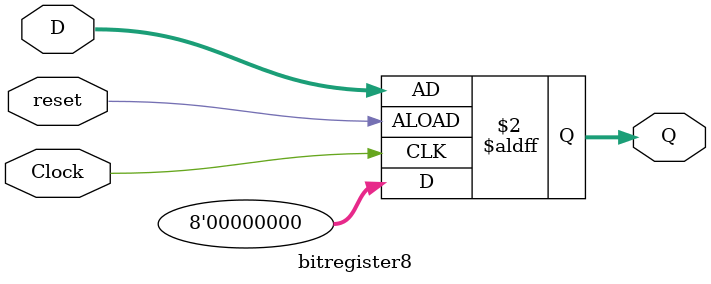
<source format=v>

module bitregister8(reset, Clock, D, Q); 
input reset; 
input Clock; 
input [7:0] D; 
output [7:0] Q; 
reg [7:0] Q;
always @(negedge reset, posedge Clock) 
    if (reset) 
    Q <= 0; 
    else 
    Q <= D;
endmodule 


</source>
